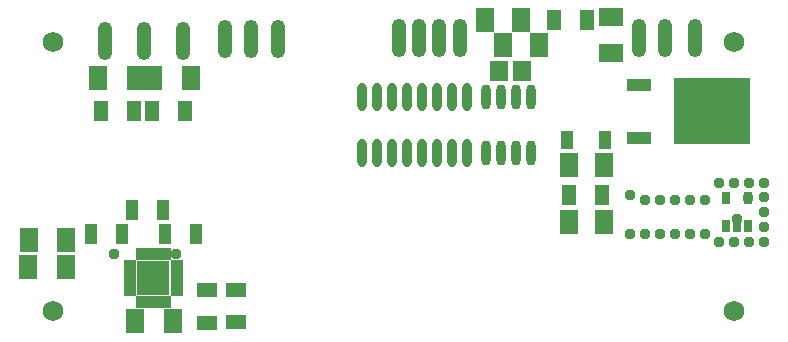
<source format=gts>
G04*
G04 #@! TF.GenerationSoftware,Altium Limited,Altium Designer,20.1.14 (287)*
G04*
G04 Layer_Color=8388736*
%FSLAX25Y25*%
%MOIN*%
G70*
G04*
G04 #@! TF.SameCoordinates,BD7075AB-977C-41C2-8E30-DA33ADF5C154*
G04*
G04*
G04 #@! TF.FilePolarity,Negative*
G04*
G01*
G75*
%ADD23R,0.05140X0.06922*%
%ADD25R,0.06922X0.05140*%
%ADD31R,0.03937X0.05906*%
%ADD32O,0.03162X0.09461*%
%ADD33R,0.05918X0.07887*%
%ADD34O,0.04800X0.12800*%
%ADD35R,0.07887X0.04343*%
%ADD36R,0.25210X0.22257*%
%ADD37R,0.06115X0.06902*%
%ADD38O,0.03162X0.08280*%
%ADD39R,0.03162X0.04343*%
%ADD40R,0.06115X0.08280*%
%ADD41R,0.11036X0.11430*%
%ADD42R,0.04147X0.02178*%
%ADD43R,0.02178X0.03950*%
%ADD44R,0.04343X0.06902*%
%ADD45R,0.07887X0.05918*%
%ADD46C,0.06800*%
%ADD47C,0.03700*%
%ADD48C,0.03600*%
%ADD49C,0.02769*%
D23*
X391919Y293500D02*
D03*
X381081D02*
D03*
X257919Y263000D02*
D03*
X247081D02*
D03*
X241000D02*
D03*
X230163D02*
D03*
X386081Y235000D02*
D03*
X396919D02*
D03*
D25*
X265500Y192581D02*
D03*
Y203419D02*
D03*
X275000Y203500D02*
D03*
Y192663D02*
D03*
D31*
X398098Y253500D02*
D03*
X385500D02*
D03*
D32*
X352000Y267898D02*
D03*
X347000D02*
D03*
X342000D02*
D03*
X337000D02*
D03*
X332000D02*
D03*
X327000D02*
D03*
X322000D02*
D03*
X317000D02*
D03*
X352000Y249000D02*
D03*
X347000D02*
D03*
X342000D02*
D03*
X337000D02*
D03*
X332000D02*
D03*
X327000D02*
D03*
X322000D02*
D03*
X317000D02*
D03*
D33*
X370102Y293500D02*
D03*
X357898D02*
D03*
X364094Y285000D02*
D03*
X375905D02*
D03*
X397811Y226000D02*
D03*
X386000D02*
D03*
X397811Y245000D02*
D03*
X386000D02*
D03*
D34*
X418201Y287505D02*
D03*
X428000Y287500D02*
D03*
X409500D02*
D03*
X349557D02*
D03*
X342871D02*
D03*
X336186D02*
D03*
X329500D02*
D03*
X289000Y287000D02*
D03*
X280000D02*
D03*
X271500D02*
D03*
X257500Y286500D02*
D03*
X244250D02*
D03*
X231500D02*
D03*
D35*
X409465Y271976D02*
D03*
X409465Y254024D02*
D03*
D36*
X433874Y263000D02*
D03*
D37*
X362823Y276500D02*
D03*
X370500D02*
D03*
D38*
X373500Y267752D02*
D03*
X368500D02*
D03*
X363500D02*
D03*
X358500D02*
D03*
X373500Y249248D02*
D03*
X368500D02*
D03*
X363500D02*
D03*
X358500D02*
D03*
D39*
X438260Y224776D02*
D03*
X442000D02*
D03*
X445740D02*
D03*
Y234224D02*
D03*
X438260D02*
D03*
D40*
X241402Y193000D02*
D03*
X254000D02*
D03*
X218500Y220000D02*
D03*
X205902D02*
D03*
X218299Y211000D02*
D03*
X205701D02*
D03*
X260098Y274000D02*
D03*
X247500D02*
D03*
X229000D02*
D03*
X241598D02*
D03*
D41*
X247500Y207500D02*
D03*
D42*
X255276Y212421D02*
D03*
Y210453D02*
D03*
X255276Y208484D02*
D03*
Y206516D02*
D03*
X255276Y204547D02*
D03*
X255276Y202579D02*
D03*
X239724Y202579D02*
D03*
X239724Y204547D02*
D03*
X239724Y206516D02*
D03*
X239724Y208484D02*
D03*
X239724Y210453D02*
D03*
X239724Y212421D02*
D03*
D43*
X252421Y199626D02*
D03*
X250453Y199626D02*
D03*
X248484Y199626D02*
D03*
X246516Y199626D02*
D03*
X244547D02*
D03*
X242579Y199626D02*
D03*
X242579Y215374D02*
D03*
X244547Y215374D02*
D03*
X246516Y215374D02*
D03*
X248484Y215374D02*
D03*
X250453Y215374D02*
D03*
X252421Y215374D02*
D03*
D44*
X237216Y222000D02*
D03*
X226783D02*
D03*
X261717D02*
D03*
X251284D02*
D03*
X250716Y230000D02*
D03*
X240283D02*
D03*
D45*
X400000Y282594D02*
D03*
Y294406D02*
D03*
D46*
X214000Y196500D02*
D03*
Y286000D02*
D03*
X441000Y196500D02*
D03*
Y286000D02*
D03*
D47*
X358500Y267752D02*
D03*
X257500Y286500D02*
D03*
X442000Y227000D02*
D03*
X445740Y234224D02*
D03*
X364094Y285000D02*
D03*
X381081Y293500D02*
D03*
X254000Y193000D02*
D03*
X241402D02*
D03*
X251284Y222000D02*
D03*
X240283Y230000D02*
D03*
X255000Y215500D02*
D03*
X234500D02*
D03*
X275000Y192663D02*
D03*
X265500Y192581D02*
D03*
X226783Y222000D02*
D03*
X205902Y220000D02*
D03*
X205701Y211000D02*
D03*
X244250Y286500D02*
D03*
X247500Y274000D02*
D03*
X260098D02*
D03*
X241598D02*
D03*
X247081Y263000D02*
D03*
X241000D02*
D03*
X257919D02*
D03*
X370102Y293500D02*
D03*
X396919Y235000D02*
D03*
X436000Y239000D02*
D03*
X440919D02*
D03*
X445919D02*
D03*
X450919D02*
D03*
Y234500D02*
D03*
Y229500D02*
D03*
Y224500D02*
D03*
Y219500D02*
D03*
X445919D02*
D03*
X440919D02*
D03*
X435919D02*
D03*
X397811Y245000D02*
D03*
X327000Y267949D02*
D03*
X406419Y222000D02*
D03*
X421419D02*
D03*
X406500Y235000D02*
D03*
X416419Y222000D02*
D03*
X431419D02*
D03*
X416500Y233500D02*
D03*
X431500D02*
D03*
X411419Y222000D02*
D03*
X426419D02*
D03*
X411500Y233500D02*
D03*
X421500D02*
D03*
X426500D02*
D03*
D48*
X373500Y249248D02*
D03*
X317000Y267898D02*
D03*
X322000D02*
D03*
X230163Y263000D02*
D03*
X229000Y274000D02*
D03*
X231500Y286500D02*
D03*
D49*
X243563Y203563D02*
D03*
Y207500D02*
D03*
Y211437D02*
D03*
X247500Y203563D02*
D03*
X247500Y207500D02*
D03*
X247500Y211437D02*
D03*
X251437Y203563D02*
D03*
X251437Y207500D02*
D03*
X251437Y211437D02*
D03*
M02*

</source>
